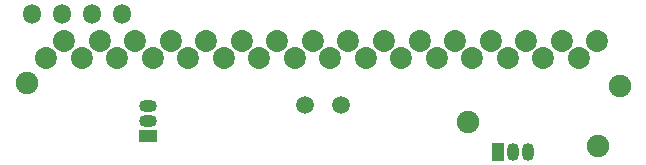
<source format=gbr>
%TF.GenerationSoftware,KiCad,Pcbnew,(7.0.0)*%
%TF.CreationDate,2023-03-08T13:52:56-06:00*%
%TF.ProjectId,G0-022M6,47302d30-3232-44d3-962e-6b696361645f,rev?*%
%TF.SameCoordinates,Original*%
%TF.FileFunction,Soldermask,Bot*%
%TF.FilePolarity,Negative*%
%FSLAX46Y46*%
G04 Gerber Fmt 4.6, Leading zero omitted, Abs format (unit mm)*
G04 Created by KiCad (PCBNEW (7.0.0)) date 2023-03-08 13:52:56*
%MOMM*%
%LPD*%
G01*
G04 APERTURE LIST*
%ADD10C,1.500000*%
%ADD11C,1.860000*%
%ADD12R,1.500000X1.050000*%
%ADD13O,1.500000X1.050000*%
%ADD14R,1.050000X1.500000*%
%ADD15O,1.050000X1.500000*%
%ADD16O,1.500000X1.700000*%
%ADD17C,1.900000*%
G04 APERTURE END LIST*
D10*
%TO.C,C6*%
X150530000Y-63510000D03*
X153530000Y-63510000D03*
%TD*%
D11*
%TO.C,J5*%
X175258400Y-58071300D03*
X173711900Y-59578300D03*
X172249862Y-58071300D03*
X170706224Y-59578300D03*
X169241329Y-58071300D03*
X167700558Y-59578300D03*
X166232796Y-58071300D03*
X164694892Y-59578300D03*
X163224263Y-58071300D03*
X161689226Y-59578300D03*
X160215730Y-58071300D03*
X158683560Y-59578300D03*
X157207197Y-58071300D03*
X155677894Y-59578300D03*
X154198664Y-58071300D03*
X152672228Y-59578300D03*
X151190131Y-58071300D03*
X149666562Y-59578300D03*
X148181598Y-58071300D03*
X146660896Y-59578300D03*
X145173065Y-58071300D03*
X143655230Y-59578300D03*
X142164532Y-58071300D03*
X140649564Y-59578300D03*
X139155999Y-58071300D03*
X137643898Y-59578300D03*
X136147466Y-58071300D03*
X134638232Y-59578300D03*
X133138933Y-58071300D03*
X131632566Y-59578300D03*
X130130400Y-58071300D03*
X128626900Y-59578300D03*
%TD*%
D12*
%TO.C,Q2*%
X137266999Y-66167999D03*
D13*
X137266999Y-64897999D03*
X137266999Y-63627999D03*
%TD*%
D14*
%TO.C,Q1*%
X166834999Y-67516999D03*
D15*
X168104999Y-67516999D03*
X169374999Y-67516999D03*
%TD*%
D16*
%TO.C,J11*%
X135003999Y-55794999D03*
X132463999Y-55794999D03*
X129923999Y-55794999D03*
X127383999Y-55794999D03*
%TD*%
D17*
%TO.C,J7*%
X177153400Y-61881300D03*
%TD*%
%TO.C,J10*%
X126948800Y-61682900D03*
%TD*%
%TO.C,J9*%
X164334400Y-64937200D03*
%TD*%
%TO.C,J8*%
X175288100Y-67001000D03*
%TD*%
M02*

</source>
